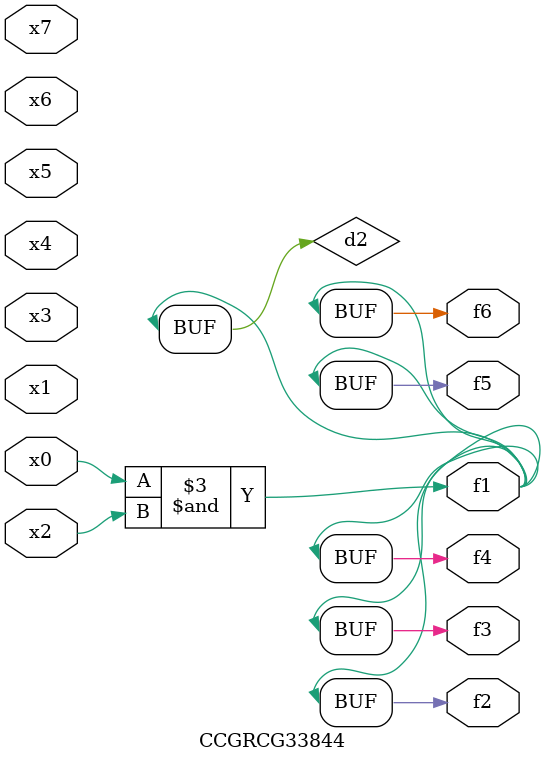
<source format=v>
module CCGRCG33844(
	input x0, x1, x2, x3, x4, x5, x6, x7,
	output f1, f2, f3, f4, f5, f6
);

	wire d1, d2;

	nor (d1, x3, x6);
	and (d2, x0, x2);
	assign f1 = d2;
	assign f2 = d2;
	assign f3 = d2;
	assign f4 = d2;
	assign f5 = d2;
	assign f6 = d2;
endmodule

</source>
